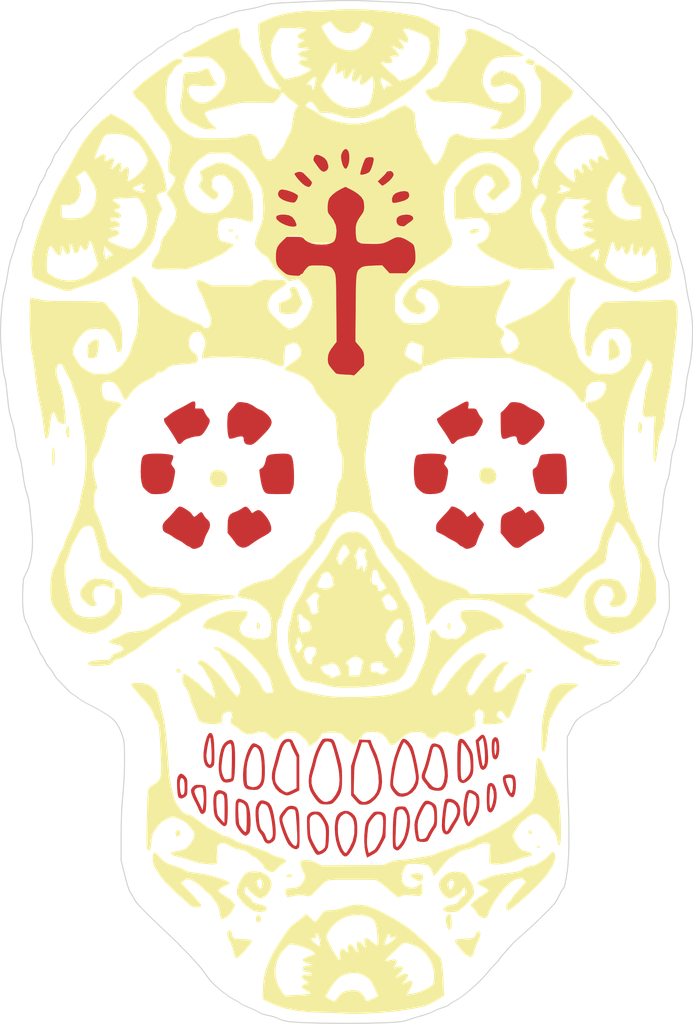
<source format=kicad_pcb>
(kicad_pcb (version 20221018) (generator pcbnew)
  (layers (0 "F.Cu" signal) (31 "B.Cu" signal) (34 "B.Paste" user) (35 "F.Paste" user) (36 "B.SilkS" user "B.Silkscreen") (37 "F.SilkS" user "F.Silkscreen") (38 "B.Mask" user) (39 "F.Mask" user) (44 "Edge.Cuts" user))
  (net 0 "")
  (footprint "LOGO" (layer "F.Cu") (at 0 0)
    (fp_text reference "G***" hide)
    (fp_text value "LOGO" hide)
  )
  (footprint "LOGO" (layer "F.Cu") (at 0 0)
    (fp_text reference "G***" hide)
    (fp_text value "LOGO" hide)
  )
  (footprint "LOGO" (layer "F.Cu") (at 0 0)
    (fp_text reference "G***" hide)
    (fp_text value "LOGO" hide)
  )
  (footprint "LOGO" (layer "F.Cu") (at 0 0)
    (fp_text reference "G***" hide)
    (fp_text value "LOGO" hide)
  )
  (footprint "LOGO" (layer "F.Cu") (at 0 0)
    (fp_text reference "G***" hide)
    (fp_text value "LOGO" hide)
  )
  (footprint "LOGO" (layer "F.Cu") (at 0 0)
    (fp_text reference "G***" hide)
    (fp_text value "LOGO" hide)
  )
  (gr_line (start 28.5059 -32.491) (end 28.5721 -32.3118) (stroke (width 0.1)) (layer "Edge.Cuts"))
  (gr_line (start -15.1903 -50.63112) (end -14.9314 -50.69782) (stroke (width 0.1)) (layer "Edge.Cuts"))
  (gr_line (start -31.3523 12.7822) (end -31.4636 12.6484) (stroke (width 0.1)) (layer "Edge.Cuts"))
  (gr_line (start -10.8232 -51.77261) (end -10.1849 -51.95788) (stroke (width 0.1)) (layer "Edge.Cuts"))
  (gr_line (start -33.8559 -5.5727) (end -33.9283 -6.1139) (stroke (width 0.1)) (layer "Edge.Cuts"))
  (gr_line (start -25.0766 17.8741) (end -25.3168 17.6563) (stroke (width 0.1)) (layer "Edge.Cuts"))
  (gr_line (start -18.2426 -49.2463) (end -18.029 -49.3217) (stroke (width 0.1)) (layer "Edge.Cuts"))
  (gr_line (start 2.3388 47.414) (end 1.4728 47.459) (stroke (width 0.1)) (layer "Edge.Cuts"))
  (gr_line (start 4.1688 -52.13407) (end 4.8121 -52.07166) (stroke (width 0.1)) (layer "Edge.Cuts"))
  (gr_line (start 24.9407 -38.8356) (end 25.1275 -38.5587) (stroke (width 0.1)) (layer "Edge.Cuts"))
  (gr_line (start 3.347 47.289) (end 2.9304 47.361) (stroke (width 0.1)) (layer "Edge.Cuts"))
  (gr_line (start -31.9114 11.8408) (end -32.0719 11.6069) (stroke (width 0.1)) (layer "Edge.Cuts"))
  (gr_line (start -36.105 -20.6427) (end -36.0744 -21.3334) (stroke (width 0.1)) (layer "Edge.Cuts"))
  (gr_line (start 31.2021 -16.7553) (end 31.0457 -16.0252) (stroke (width 0.1)) (layer "Edge.Cuts"))
  (gr_line (start -33.2486 -2.7421) (end -33.301 -3.1994) (stroke (width 0.1)) (layer "Edge.Cuts"))
  (gr_line (start 24.3919 15.3017) (end 24.1773 15.4446) (stroke (width 0.1)) (layer "Edge.Cuts"))
  (gr_line (start -20.3479 -47.9188) (end -20.1039 -48.1106) (stroke (width 0.1)) (layer "Edge.Cuts"))
  (gr_line (start -4.609 -52.33327) (end -3.3992 -52.36962) (stroke (width 0.1)) (layer "Edge.Cuts"))
  (gr_line (start -36.1085 -19.3592) (end -36.1172 -19.9749) (stroke (width 0.1)) (layer "Edge.Cuts"))
  (gr_line (start 25.658 -37.8033) (end 25.8197 -37.5239) (stroke (width 0.1)) (layer "Edge.Cuts"))
  (gr_line (start -33.9318 6.8749) (end -33.9529 6.4292) (stroke (width 0.1)) (layer "Edge.Cuts"))
  (gr_line (start 28.1655 0.9213) (end 28.198 1.2343) (stroke (width 0.1)) (layer "Edge.Cuts"))
  (gr_line (start -12.6336 45.6) (end -12.8824 45.427) (stroke (width 0.1)) (layer "Edge.Cuts"))
  (gr_line (start 13.445 -49.2387) (end 13.6463 -49.168) (stroke (width 0.1)) (layer "Edge.Cuts"))
  (gr_line (start 11.4408 -50.13952) (end 11.6677 -50.04984) (stroke (width 0.1)) (layer "Edge.Cuts"))
  (gr_line (start -12.3141 -51.45935) (end -11.5409 -51.59541) (stroke (width 0.1)) (layer "Edge.Cuts"))
  (gr_line (start 28.9721 4.0705) (end 29.0834 4.3209) (stroke (width 0.1)) (layer "Edge.Cuts"))
  (gr_line (start 31.1639 -22.8799) (end 31.315 -22.1296) (stroke (width 0.1)) (layer "Edge.Cuts"))
  (gr_line (start -36.0435 -18.1698) (end -36.1085 -19.3592) (stroke (width 0.1)) (layer "Edge.Cuts"))
  (gr_line (start 25.4924 -38.0868) (end 25.658 -37.8033) (stroke (width 0.1)) (layer "Edge.Cuts"))
  (gr_line (start 14.1769 39.4698) (end 13.952 39.7006) (stroke (width 0.1)) (layer "Edge.Cuts"))
  (gr_line (start 28.8504 8.2295) (end 28.6484 8.9098) (stroke (width 0.1)) (layer "Edge.Cuts"))
  (gr_line (start -33.9586 5.9374) (end -33.9488 5.4011) (stroke (width 0.1)) (layer "Edge.Cuts"))
  (gr_line (start 28.53 -2.5857) (end 28.3704 -1.4035) (stroke (width 0.1)) (layer "Edge.Cuts"))
  (gr_line (start -33.4202 8.7347) (end -33.6014 8.3612) (stroke (width 0.1)) (layer "Edge.Cuts"))
  (gr_line (start 19.3543 31.4108) (end 19.3077 32.0859) (stroke (width 0.1)) (layer "Edge.Cuts"))
  (gr_line (start -35.4532 -13.8573) (end -35.5779 -14.9229) (stroke (width 0.1)) (layer "Edge.Cuts"))
  (gr_line (start -23.6743 34.1496) (end -23.8252 33.6453) (stroke (width 0.1)) (layer "Edge.Cuts"))
  (gr_line (start -17.6471 -49.4645) (end -17.5038 -49.5405) (stroke (width 0.1)) (layer "Edge.Cuts"))
  (gr_line (start -32.481 -33.9333) (end -32.4033 -34.1569) (stroke (width 0.1)) (layer "Edge.Cuts"))
  (gr_line (start 16.0156 -47.7384) (end 16.325 -47.4966) (stroke (width 0.1)) (layer "Edge.Cuts"))
  (gr_line (start 25.9541 13.7492) (end 25.6619 14.0835) (stroke (width 0.1)) (layer "Edge.Cuts"))
  (gr_line (start -22.507 -46.3879) (end -21.6275 -46.9905) (stroke (width 0.1)) (layer "Edge.Cuts"))
  (gr_line (start -25.3168 17.6563) (end -25.5903 17.4512) (stroke (width 0.1)) (layer "Edge.Cuts"))
  (gr_line (start 28.0226 10.2221) (end 27.9527 10.3841) (stroke (width 0.1)) (layer "Edge.Cuts"))
  (gr_line (start -24.2944 27.0029) (end -24.2432 26.0889) (stroke (width 0.1)) (layer "Edge.Cuts"))
  (gr_line (start 20.1796 17.8923) (end 20.0757 18.0109) (stroke (width 0.1)) (layer "Edge.Cuts"))
  (gr_line (start -34.2789 -7.9673) (end -34.4392 -8.4844) (stroke (width 0.1)) (layer "Edge.Cuts"))
  (gr_line (start 27.0238 -35.4526) (end 27.2569 -35.0292) (stroke (width 0.1)) (layer "Edge.Cuts"))
  (gr_line (start 14.1221 -48.8877) (end 14.2293 -48.7923) (stroke (width 0.1)) (layer "Edge.Cuts"))
  (gr_line (start 7.722 45.679) (end 7.6334 45.749) (stroke (width 0.1)) (layer "Edge.Cuts"))
  (gr_line (start -17.2735 41.28) (end -17.8169 40.695) (stroke (width 0.1)) (layer "Edge.Cuts"))
  (gr_line (start 28.2545 1.5428) (end 28.3348 1.8666) (stroke (width 0.1)) (layer "Edge.Cuts"))
  (gr_line (start -9.6501 -52.06447) (end -8.9563 -52.12898) (stroke (width 0.1)) (layer "Edge.Cuts"))
  (gr_line (start 12.54 -49.7132) (end 12.689 -49.6117) (stroke (width 0.1)) (layer "Edge.Cuts"))
  (gr_line (start -35.9672 -22.6662) (end -35.8953 -23.25) (stroke (width 0.1)) (layer "Edge.Cuts"))
  (gr_line (start 29.1891 5.0704) (end 29.2128 5.7777) (stroke (width 0.1)) (layer "Edge.Cuts"))
  (gr_line (start 11.3277 42.708) (end 11.014 43.066) (stroke (width 0.1)) (layer "Edge.Cuts"))
  (gr_line (start -33.9194 4.6448) (end -33.8738 4.1912) (stroke (width 0.1)) (layer "Edge.Cuts"))
  (gr_line (start -28.4988 15.7684) (end -28.8138 15.5314) (stroke (width 0.1)) (layer "Edge.Cuts"))
  (gr_line (start -30.4686 -37.7997) (end -30.2784 -38.1258) (stroke (width 0.1)) (layer "Edge.Cuts"))
  (gr_line (start -31.1243 13.0667) (end -31.3523 12.7822) (stroke (width 0.1)) (layer "Edge.Cuts"))
  (gr_line (start 19.3868 30.622) (end 19.3543 31.4108) (stroke (width 0.1)) (layer "Edge.Cuts"))
  (gr_line (start -29.129 -39.8518) (end -27.6027 -41.4942) (stroke (width 0.1)) (layer "Edge.Cuts"))
  (gr_line (start -27.7303 16.2529) (end -28.1238 16.0307) (stroke (width 0.1)) (layer "Edge.Cuts"))
  (gr_line (start -18.1834 40.328) (end -18.4752 40.041) (stroke (width 0.1)) (layer "Edge.Cuts"))
  (gr_line (start 14.7005 -48.5101) (end 15.0556 -48.3189) (stroke (width 0.1)) (layer "Edge.Cuts"))
  (gr_line (start -24.3364 29.192) (end -24.325 28.0282) (stroke (width 0.1)) (layer "Edge.Cuts"))
  (gr_line (start 30.6242 -25.8551) (end 30.7311 -25.3251) (stroke (width 0.1)) (layer "Edge.Cuts"))
  (gr_line (start -33.0064 -0.1251) (end -33.0571 -0.7796) (stroke (width 0.1)) (layer "Edge.Cuts"))
  (gr_line (start -23.4277 34.7349) (end -23.5404 34.5171) (stroke (width 0.1)) (layer "Edge.Cuts"))
  (gr_line (start 12.1153 -49.9096) (end 12.3401 -49.8165) (stroke (width 0.1)) (layer "Edge.Cuts"))
  (gr_line (start -20.5002 -47.839) (end -20.442 -47.8605) (stroke (width 0.1)) (layer "Edge.Cuts"))
  (gr_line (start -33.6715 -4.6639) (end -33.7694 -5.0847) (stroke (width 0.1)) (layer "Edge.Cuts"))
  (gr_line (start -24.6788 18.3753) (end -24.8654 18.1114) (stroke (width 0.1)) (layer "Edge.Cuts"))
  (gr_line (start -24.325 28.0282) (end -24.2944 27.0029) (stroke (width 0.1)) (layer "Edge.Cuts"))
  (gr_line (start -22.8899 35.639) (end -23.0005 35.4717) (stroke (width 0.1)) (layer "Edge.Cuts"))
  (gr_line (start 10.4233 -50.61817) (end 10.6921 -50.52877) (stroke (width 0.1)) (layer "Edge.Cuts"))
  (gr_line (start -13.2388 45.23) (end -13.5616 45.05) (stroke (width 0.1)) (layer "Edge.Cuts"))
  (gr_line (start 19.7544 -44.68) (end 20.4961 -43.9664) (stroke (width 0.1)) (layer "Edge.Cuts"))
  (gr_line (start 15.0556 -48.3189) (end 15.3768 -48.0918) (stroke (width 0.1)) (layer "Edge.Cuts"))
  (gr_line (start -33.7778 7.9211) (end -33.8441 7.6223) (stroke (width 0.1)) (layer "Edge.Cuts"))
  (gr_line (start 22.7305 -41.702) (end 23.2488 -41.1466) (stroke (width 0.1)) (layer "Edge.Cuts"))
  (gr_line (start 30.9075 -15.2994) (end 30.8515 -14.8925) (stroke (width 0.1)) (layer "Edge.Cuts"))
  (gr_line (start -33.0698 1.7027) (end -33.0136 1.1225) (stroke (width 0.1)) (layer "Edge.Cuts"))
  (gr_line (start 23.3518 16.051) (end 23.1661 16.1471) (stroke (width 0.1)) (layer "Edge.Cuts"))
  (gr_line (start 18.8695 34.3477) (end 18.8182 34.3992) (stroke (width 0.1)) (layer "Edge.Cuts"))
  (gr_line (start 28.4349 9.5196) (end 28.3177 9.7616) (stroke (width 0.1)) (layer "Edge.Cuts"))
  (gr_line (start 30.3692 -26.8123) (end 30.5 -26.3669) (stroke (width 0.1)) (layer "Edge.Cuts"))
  (gr_line (start 18.8182 34.3992) (end 18.7598 34.4667) (stroke (width 0.1)) (layer "Edge.Cuts"))
  (gr_line (start 9.253 -50.94871) (end 9.5391 -50.85082) (stroke (width 0.1)) (layer "Edge.Cuts"))
  (gr_line (start 28.7073 3.3679) (end 28.7899 3.6292) (stroke (width 0.1)) (layer "Edge.Cuts"))
  (gr_line (start -24.2237 19.3953) (end -24.3624 19.0103) (stroke (width 0.1)) (layer "Edge.Cuts"))
  (gr_line (start 29.8159 -28.934) (end 29.8984 -28.6939) (stroke (width 0.1)) (layer "Edge.Cuts"))
  (gr_line (start 22.4828 16.4614) (end 22.4094 16.5221) (stroke (width 0.1)) (layer "Edge.Cuts"))
  (gr_line (start -15.6884 -50.44279) (end -15.4529 -50.54224) (stroke (width 0.1)) (layer "Edge.Cuts"))
  (gr_line (start -33.8441 7.6223) (end -33.8955 7.2731) (stroke (width 0.1)) (layer "Edge.Cuts"))
  (gr_line (start 30.5101 -12.5348) (end 30.3623 -12.037) (stroke (width 0.1)) (layer "Edge.Cuts"))
  (gr_line (start -33.4385 3.1893) (end -33.2831 2.7426) (stroke (width 0.1)) (layer "Edge.Cuts"))
  (gr_line (start -31.2933 -36.2594) (end -31.1929 -36.4386) (stroke (width 0.1)) (layer "Edge.Cuts"))
  (gr_line (start 15.7326 -47.859) (end 15.8083 -47.839) (stroke (width 0.1)) (layer "Edge.Cuts"))
  (gr_line (start 21.1734 -43.2908) (end 22.7305 -41.702) (stroke (width 0.1)) (layer "Edge.Cuts"))
  (gr_line (start -34.9683 -11.189) (end -35.14 -11.7283) (stroke (width 0.1)) (layer "Edge.Cuts"))
  (gr_line (start 27.6608 -34.4014) (end 27.7529 -34.203) (stroke (width 0.1)) (layer "Edge.Cuts"))
  (gr_line (start -19.1141 -48.7052) (end -18.8083 -48.9263) (stroke (width 0.1)) (layer "Edge.Cuts"))
  (gr_line (start -33.2364 9.225) (end -33.4202 8.7347) (stroke (width 0.1)) (layer "Edge.Cuts"))
  (gr_line (start -30.1044 -38.4219) (end -30.0174 -38.5402) (stroke (width 0.1)) (layer "Edge.Cuts"))
  (gr_line (start 8.5586 45.169) (end 8.2568 45.338) (stroke (width 0.1)) (layer "Edge.Cuts"))
  (gr_line (start 7.0891 45.974) (end 6.6178 46.14) (stroke (width 0.1)) (layer "Edge.Cuts"))
  (gr_line (start 31.4143 -18.3488) (end 31.3252 -17.5368) (stroke (width 0.1)) (layer "Edge.Cuts"))
  (gr_line (start -33.6252 3.5785) (end -33.4385 3.1893) (stroke (width 0.1)) (layer "Edge.Cuts"))
  (gr_line (start 6.9422 -51.53723) (end 7.2429 -51.49369) (stroke (width 0.1)) (layer "Edge.Cuts"))
  (gr_line (start -16.3698 -50.0948) (end -16.1969 -50.16433) (stroke (width 0.1)) (layer "Edge.Cuts"))
  (gr_line (start 23.4313 -40.9314) (end 23.5277 -40.7975) (stroke (width 0.1)) (layer "Edge.Cuts"))
  (gr_line (start -19.7829 -48.3452) (end -19.6053 -48.4499) (stroke (width 0.1)) (layer "Edge.Cuts"))
  (gr_line (start -34.6027 -28.7384) (end -34.4876 -29.0852) (stroke (width 0.1)) (layer "Edge.Cuts"))
  (gr_line (start 28.3348 1.8666) (end 28.6445 3.1212) (stroke (width 0.1)) (layer "Edge.Cuts"))
  (gr_line (start -30.9363 13.3699) (end -31.1243 13.0667) (stroke (width 0.1)) (layer "Edge.Cuts"))
  (gr_line (start -31.971 -34.9194) (end -31.8663 -35.1063) (stroke (width 0.1)) (layer "Edge.Cuts"))
  (gr_line (start 31.3252 -17.5368) (end 31.2021 -16.7553) (stroke (width 0.1)) (layer "Edge.Cuts"))
  (gr_line (start -14.3316 -50.86416) (end -14.0113 -50.97527) (stroke (width 0.1)) (layer "Edge.Cuts"))
  (gr_line (start -33.1599 2.2449) (end -33.0698 1.7027) (stroke (width 0.1)) (layer "Edge.Cuts"))
  (gr_line (start -31.0989 -36.6401) (end -31.0234 -36.8405) (stroke (width 0.1)) (layer "Edge.Cuts"))
  (gr_line (start 29.0487 -31.1462) (end 29.1381 -30.9118) (stroke (width 0.1)) (layer "Edge.Cuts"))
  (gr_line (start 11.7918 42.166) (end 11.3277 42.708) (stroke (width 0.1)) (layer "Edge.Cuts"))
  (gr_line (start -14.2832 44.553) (end -14.6517 44.26) (stroke (width 0.1)) (layer "Edge.Cuts"))
  (gr_line (start -24.0138 20.6688) (end -24.0441 20.1546) (stroke (width 0.1)) (layer "Edge.Cuts"))
  (gr_line (start -8.415 47.261) (end -8.6636 47.189) (stroke (width 0.1)) (layer "Edge.Cuts"))
  (gr_line (start 29.8823 -9.5018) (end 29.7986 -9.1198) (stroke (width 0.1)) (layer "Edge.Cuts"))
  (gr_line (start -28.8138 15.5314) (end -29.0635 15.37) (stroke (width 0.1)) (layer "Edge.Cuts"))
  (gr_line (start 28.1572 0.584) (end 28.1655 0.9213) (stroke (width 0.1)) (layer "Edge.Cuts"))
  (gr_line (start -6.4383 47.454) (end -6.4389 47.455) (stroke (width 0.1)) (layer "Edge.Cuts"))
  (gr_line (start 24.6733 15.0678) (end 24.3919 15.3017) (stroke (width 0.1)) (layer "Edge.Cuts"))
  (gr_line (start 3.1947 -52.18841) (end 4.1688 -52.13407) (stroke (width 0.1)) (layer "Edge.Cuts"))
  (gr_line (start -4.5358 47.504) (end -6.4383 47.454) (stroke (width 0.1)) (layer "Edge.Cuts"))
  (gr_line (start -13.422 -51.20575) (end -13.0707 -51.31027) (stroke (width 0.1)) (layer "Edge.Cuts"))
  (gr_line (start -17.8288 -49.3884) (end -17.6471 -49.4645) (stroke (width 0.1)) (layer "Edge.Cuts"))
  (gr_line (start -11.5409 -51.59541) (end -11.1506 -51.68401) (stroke (width 0.1)) (layer "Edge.Cuts"))
  (gr_line (start 26.3287 13.2298) (end 26.1849 13.4558) (stroke (width 0.1)) (layer "Edge.Cuts"))
  (gr_line (start 7.2429 -51.49369) (end 7.767 -51.43067) (stroke (width 0.1)) (layer "Edge.Cuts"))
  (gr_line (start -11.8461 45.978) (end -12.3313 45.776) (stroke (width 0.1)) (layer "Edge.Cuts"))
  (gr_line (start 7.4846 45.828) (end 7.2962 45.906) (stroke (width 0.1)) (layer "Edge.Cuts"))
  (gr_line (start 18.2142 35.4956) (end 18.0784 35.7106) (stroke (width 0.1)) (layer "Edge.Cuts"))
  (gr_line (start -35.5772 -24.7664) (end -35.4118 -25.7196) (stroke (width 0.1)) (layer "Edge.Cuts"))
  (gr_line (start 28.8871 -5.0741) (end 28.7434 -4.456) (stroke (width 0.1)) (layer "Edge.Cuts"))
  (gr_line (start -32.8055 -33.1752) (end -32.7255 -33.3114) (stroke (width 0.1)) (layer "Edge.Cuts"))
  (gr_line (start 29.0834 4.3209) (end 29.1508 4.6195) (stroke (width 0.1)) (layer "Edge.Cuts"))
  (gr_line (start -31.7577 12.1493) (end -31.9114 11.8408) (stroke (width 0.1)) (layer "Edge.Cuts"))
  (gr_line (start -33.2831 2.7426) (end -33.1599 2.2449) (stroke (width 0.1)) (layer "Edge.Cuts"))
  (gr_line (start 28.8259 -31.542) (end 28.9747 -31.2936) (stroke (width 0.1)) (layer "Edge.Cuts"))
  (gr_line (start -29.8699 -38.6991) (end -29.776 -38.8302) (stroke (width 0.1)) (layer "Edge.Cuts"))
  (gr_line (start 12.8347 -49.5098) (end 13.0258 -49.4055) (stroke (width 0.1)) (layer "Edge.Cuts"))
  (gr_line (start -35.2334 -26.6612) (end -35.1374 -27.0419) (stroke (width 0.1)) (layer "Edge.Cuts"))
  (gr_line (start -23.5404 34.5171) (end -23.6743 34.1496) (stroke (width 0.1)) (layer "Edge.Cuts"))
  (gr_line (start 30.0066 -28.2196) (end 30.0546 -27.9547) (stroke (width 0.1)) (layer "Edge.Cuts"))
  (gr_line (start 18.9197 34.2553) (end 18.8695 34.3477) (stroke (width 0.1)) (layer "Edge.Cuts"))
  (gr_line (start -11.3159 46.2) (end -11.8461 45.978) (stroke (width 0.1)) (layer "Edge.Cuts"))
  (gr_line (start -33.565 -4.3243) (end -33.6715 -4.6639) (stroke (width 0.1)) (layer "Edge.Cuts"))
  (gr_line (start 10.9206 -50.43076) (end 11.0852 -50.33314) (stroke (width 0.1)) (layer "Edge.Cuts"))
  (gr_line (start -34.8105 -10.5851) (end -34.8895 -10.9214) (stroke (width 0.1)) (layer "Edge.Cuts"))
  (gr_line (start -3.3992 -52.36962) (end -2.3066 -52.38176) (stroke (width 0.1)) (layer "Edge.Cuts"))
  (gr_line (start 27.6435 11.1068) (end 27.5042 11.3112) (stroke (width 0.1)) (layer "Edge.Cuts"))
  (gr_line (start 21.1671 17.1914) (end 20.5949 17.5532) (stroke (width 0.1)) (layer "Edge.Cuts"))
  (gr_line (start -30.7605 13.6598) (end -30.9363 13.3699) (stroke (width 0.1)) (layer "Edge.Cuts"))
  (gr_line (start 19.2473 32.6277) (end 19.1268 33.4) (stroke (width 0.1)) (layer "Edge.Cuts"))
  (gr_line (start 7.767 -51.43067) (end 8.2104 -51.34167) (stroke (width 0.1)) (layer "Edge.Cuts"))
  (gr_line (start -2.3066 -52.38176) (end -1.2161 -52.3697) (stroke (width 0.1)) (layer "Edge.Cuts"))
  (gr_line (start -31.572 -35.8337) (end -31.4801 -35.9981) (stroke (width 0.1)) (layer "Edge.Cuts"))
  (gr_line (start -14.0113 -50.97527) (end -13.7299 -51.08792) (stroke (width 0.1)) (layer "Edge.Cuts"))
  (gr_line (start 19.2653 23.6816) (end 19.3292 25.6659) (stroke (width 0.1)) (layer "Edge.Cuts"))
  (gr_line (start -34.4876 -29.0852) (end -34.3625 -29.4165) (stroke (width 0.1)) (layer "Edge.Cuts"))
  (gr_line (start 12.2092 41.721) (end 11.7918 42.166) (stroke (width 0.1)) (layer "Edge.Cuts"))
  (gr_line (start -33.9903 -30.3558) (end -33.9687 -30.4946) (stroke (width 0.1)) (layer "Edge.Cuts"))
  (gr_line (start -14.6514 -50.76742) (end -14.3316 -50.86416) (stroke (width 0.1)) (layer "Edge.Cuts"))
  (gr_line (start 25.3143 -38.3241) (end 25.4924 -38.0868) (stroke (width 0.1)) (layer "Edge.Cuts"))
  (gr_line (start -24.5126 18.6727) (end -24.6788 18.3753) (stroke (width 0.1)) (layer "Edge.Cuts"))
  (gr_line (start 12.4806 41.433) (end 12.2092 41.721) (stroke (width 0.1)) (layer "Edge.Cuts"))
  (gr_line (start 19.3708 26.7262) (end 19.3971 27.7717) (stroke (width 0.1)) (layer "Edge.Cuts"))
  (gr_line (start -33.9283 -6.1139) (end -33.9974 -6.6238) (stroke (width 0.1)) (layer "Edge.Cuts"))
  (gr_line (start 4.3038 46.98) (end 3.6879 47.185) (stroke (width 0.1)) (layer "Edge.Cuts"))
  (gr_line (start -13.9148 44.821) (end -14.2832 44.553) (stroke (width 0.1)) (layer "Edge.Cuts"))
  (gr_line (start 19.0201 33.9324) (end 18.9197 34.2553) (stroke (width 0.1)) (layer "Edge.Cuts"))
  (gr_line (start 29.193 -6.1105) (end 29.1163 -5.7726) (stroke (width 0.1)) (layer "Edge.Cuts"))
  (gr_line (start -34.4392 -8.4844) (end -34.5395 -8.8754) (stroke (width 0.1)) (layer "Edge.Cuts"))
  (gr_line (start -24.3624 19.0103) (end -24.5126 18.6727) (stroke (width 0.1)) (layer "Edge.Cuts"))
  (gr_line (start -24.6277 -44.467) (end -22.9836 -45.9926) (stroke (width 0.1)) (layer "Edge.Cuts"))
  (gr_line (start -33.7696 -31.0961) (end -33.6432 -31.3549) (stroke (width 0.1)) (layer "Edge.Cuts"))
  (gr_line (start -31.7764 -35.3011) (end -31.7133 -35.4804) (stroke (width 0.1)) (layer "Edge.Cuts"))
  (gr_line (start 9.3412 44.601) (end 8.9273 44.917) (stroke (width 0.1)) (layer "Edge.Cuts"))
  (gr_line (start 30.8102 -24.8251) (end 30.9377 -23.9612) (stroke (width 0.1)) (layer "Edge.Cuts"))
  (gr_line (start 23.1661 16.1471) (end 22.9789 16.2218) (stroke (width 0.1)) (layer "Edge.Cuts"))
  (gr_line (start 19.1268 33.4) (end 19.0201 33.9324) (stroke (width 0.1)) (layer "Edge.Cuts"))
  (gr_line (start 8.9273 44.917) (end 8.5586 45.169) (stroke (width 0.1)) (layer "Edge.Cuts"))
  (gr_line (start 8.2104 -51.34167) (end 8.6154 -51.21597) (stroke (width 0.1)) (layer "Edge.Cuts"))
  (gr_line (start -10.512 46.61) (end -10.7323 46.52) (stroke (width 0.1)) (layer "Edge.Cuts"))
  (gr_line (start 25.1275 -38.5587) (end 25.3143 -38.3241) (stroke (width 0.1)) (layer "Edge.Cuts"))
  (gr_line (start -18.029 -49.3217) (end -17.8288 -49.3884) (stroke (width 0.1)) (layer "Edge.Cuts"))
  (gr_line (start -32.9792 -32.8602) (end -32.8055 -33.1752) (stroke (width 0.1)) (layer "Edge.Cuts"))
  (gr_line (start -34.0866 -7.1432) (end -34.1842 -7.6113) (stroke (width 0.1)) (layer "Edge.Cuts"))
  (gr_line (start -9.921 -52.01872) (end -9.6501 -52.06447) (stroke (width 0.1)) (layer "Edge.Cuts"))
  (gr_line (start -7.4273 47.4) (end -7.8097 47.364) (stroke (width 0.1)) (layer "Edge.Cuts"))
  (gr_line (start 12.3401 -49.8165) (end 12.54 -49.7132) (stroke (width 0.1)) (layer "Edge.Cuts"))
  (gr_line (start -2.3736 47.521) (end -4.5358 47.504) (stroke (width 0.1)) (layer "Edge.Cuts"))
  (gr_line (start -24.0007 21.3311) (end -24.0138 20.6688) (stroke (width 0.1)) (layer "Edge.Cuts"))
  (gr_line (start 10.2177 43.851) (end 9.7786 44.239) (stroke (width 0.1)) (layer "Edge.Cuts"))
  (gr_line (start -35.8144 -23.7396) (end -35.7268 -24.1059) (stroke (width 0.1)) (layer "Edge.Cuts"))
  (gr_line (start 26.1849 13.4558) (end 25.9541 13.7492) (stroke (width 0.1)) (layer "Edge.Cuts"))
  (gr_line (start -33.8955 7.2731) (end -33.9318 6.8749) (stroke (width 0.1)) (layer "Edge.Cuts"))
  (gr_line (start 9.7786 44.239) (end 9.3412 44.601) (stroke (width 0.1)) (layer "Edge.Cuts"))
  (gr_line (start -34.2423 -29.6904) (end -34.1361 -29.9273) (stroke (width 0.1)) (layer "Edge.Cuts"))
  (gr_line (start 31.0457 -16.0252) (end 30.9747 -15.6933) (stroke (width 0.1)) (layer "Edge.Cuts"))
  (gr_line (start 5.3607 46.67) (end 5.0228 46.771) (stroke (width 0.1)) (layer "Edge.Cuts"))
  (gr_line (start -8.1346 47.318) (end -8.415 47.261) (stroke (width 0.1)) (layer "Edge.Cuts"))
  (gr_line (start 29.042 -5.5425) (end 28.9648 -5.3354) (stroke (width 0.1)) (layer "Edge.Cuts"))
  (gr_line (start 30.7431 -13.8153) (end 30.6394 -13.1402) (stroke (width 0.1)) (layer "Edge.Cuts"))
  (gr_line (start -31.4636 12.6484) (end -31.5772 12.4844) (stroke (width 0.1)) (layer "Edge.Cuts"))
  (gr_line (start -34.6886 -9.878) (end -34.7404 -10.2229) (stroke (width 0.1)) (layer "Edge.Cuts"))
  (gr_line (start 18.4008 -45.9151) (end 19.0291 -45.355) (stroke (width 0.1)) (layer "Edge.Cuts"))
  (gr_line (start 13.6463 -49.168) (end 13.841 -49.0783) (stroke (width 0.1)) (layer "Edge.Cuts"))
  (gr_line (start -27.6027 -41.4942) (end -26.1348 -43.0001) (stroke (width 0.1)) (layer "Edge.Cuts"))
  (gr_line (start -33.8738 4.1912) (end -33.8364 4.0299) (stroke (width 0.1)) (layer "Edge.Cuts"))
  (gr_line (start 17.5018 36.3549) (end 16.7691 37.0889) (stroke (width 0.1)) (layer "Edge.Cuts"))
  (gr_line (start 28.5486 9.2276) (end 28.4349 9.5196) (stroke (width 0.1)) (layer "Edge.Cuts"))
  (gr_line (start 29.1163 -5.7726) (end 29.042 -5.5425) (stroke (width 0.1)) (layer "Edge.Cuts"))
  (gr_line (start 30.9377 -23.9612) (end 31.0458 -23.397) (stroke (width 0.1)) (layer "Edge.Cuts"))
  (gr_line (start -31.4801 -35.9981) (end -31.3883 -36.126) (stroke (width 0.1)) (layer "Edge.Cuts"))
  (gr_line (start 29.2128 5.7777) (end 29.2239 6.4935) (stroke (width 0.1)) (layer "Edge.Cuts"))
  (gr_line (start 17.0689 -46.9064) (end 17.8632 -46.3452) (stroke (width 0.1)) (layer "Edge.Cuts"))
  (gr_line (start 29.8984 -28.6939) (end 29.965 -28.4458) (stroke (width 0.1)) (layer "Edge.Cuts"))
  (gr_line (start -16.5192 -50.05173) (end -16.3698 -50.0948) (stroke (width 0.1)) (layer "Edge.Cuts"))
  (gr_line (start 12.689 -49.6117) (end 12.8347 -49.5098) (stroke (width 0.1)) (layer "Edge.Cuts"))
  (gr_line (start 14.2293 -48.7923) (end 14.3742 -48.6893) (stroke (width 0.1)) (layer "Edge.Cuts"))
  (gr_line (start -34.6119 -9.2901) (end -34.6886 -9.878) (stroke (width 0.1)) (layer "Edge.Cuts"))
  (gr_line (start -12.695 -51.39648) (end -12.3141 -51.45935) (stroke (width 0.1)) (layer "Edge.Cuts"))
  (gr_line (start -33.6969 8.1678) (end -33.7778 7.9211) (stroke (width 0.1)) (layer "Edge.Cuts"))
  (gr_line (start 30.2923 -11.7864) (end 30.2093 -11.4043) (stroke (width 0.1)) (layer "Edge.Cuts"))
  (gr_line (start -34.5395 -8.8754) (end -34.6119 -9.2901) (stroke (width 0.1)) (layer "Edge.Cuts"))
  (gr_line (start -36.0744 -21.3334) (end -36.0277 -22.0176) (stroke (width 0.1)) (layer "Edge.Cuts"))
  (gr_line (start 28.1107 10.064) (end 28.0226 10.2221) (stroke (width 0.1)) (layer "Edge.Cuts"))
  (gr_line (start 28.5721 -32.3118) (end 28.5964 -32.2016) (stroke (width 0.1)) (layer "Edge.Cuts"))
  (gr_line (start -19.6053 -48.4499) (end -19.4453 -48.528) (stroke (width 0.1)) (layer "Edge.Cuts"))
  (gr_line (start -24.2432 26.0889) (end -24.1702 25.2591) (stroke (width 0.1)) (layer "Edge.Cuts"))
  (gr_line (start 25.334 14.4323) (end 24.9959 14.7691) (stroke (width 0.1)) (layer "Edge.Cuts"))
  (gr_line (start 19.3971 27.7717) (end 19.4049 29.7394) (stroke (width 0.1)) (layer "Edge.Cuts"))
  (gr_line (start -34.1842 -7.6113) (end -34.2789 -7.9673) (stroke (width 0.1)) (layer "Edge.Cuts"))
  (gr_line (start -18.6578 -49.0356) (end -18.4607 -49.1466) (stroke (width 0.1)) (layer "Edge.Cuts"))
  (gr_line (start 22.5399 16.4134) (end 22.4828 16.4614) (stroke (width 0.1)) (layer "Edge.Cuts"))
  (gr_line (start 18.4674 35.0153) (end 18.2142 35.4956) (stroke (width 0.1)) (layer "Edge.Cuts"))
  (gr_line (start -11.0802 46.319) (end -11.3159 46.2) (stroke (width 0.1)) (layer "Edge.Cuts"))
  (gr_line (start -15.3282 43.649) (end -15.606 43.356) (stroke (width 0.1)) (layer "Edge.Cuts"))
  (gr_line (start 27.9108 10.5303) (end 27.8601 10.6908) (stroke (width 0.1)) (layer "Edge.Cuts"))
  (gr_line (start 8.6154 -51.21597) (end 9.0246 -51.0428) (stroke (width 0.1)) (layer "Edge.Cuts"))
  (gr_line (start -20.1039 -48.1106) (end -19.9563 -48.2275) (stroke (width 0.1)) (layer "Edge.Cuts"))
  (gr_line (start 8.2568 45.338) (end 7.9306 45.516) (stroke (width 0.1)) (layer "Edge.Cuts"))
  (gr_line (start -32.1514 11.4974) (end -32.2455 11.3331) (stroke (width 0.1)) (layer "Edge.Cuts"))
  (gr_line (start -9.5159 46.852) (end -9.7668 46.787) (stroke (width 0.1)) (layer "Edge.Cuts"))
  (gr_line (start -23.0005 35.4717) (end -23.0789 35.3277) (stroke (width 0.1)) (layer "Edge.Cuts"))
  (gr_line (start 27.3655 11.5092) (end 27.2439 11.7075) (stroke (width 0.1)) (layer "Edge.Cuts"))
  (gr_line (start 27.8601 10.6908) (end 27.7666 10.8915) (stroke (width 0.1)) (layer "Edge.Cuts"))
  (gr_line (start 17.9588 35.8713) (end 17.5018 36.3549) (stroke (width 0.1)) (layer "Edge.Cuts"))
  (gr_line (start 27.5042 11.3112) (end 27.3655 11.5092) (stroke (width 0.1)) (layer "Edge.Cuts"))
  (gr_line (start 27.2439 11.7075) (end 27.1527 11.8829) (stroke (width 0.1)) (layer "Edge.Cuts"))
  (gr_line (start -9.7668 46.787) (end -10.0129 46.738) (stroke (width 0.1)) (layer "Edge.Cuts"))
  (gr_line (start -7.8408 -52.18796) (end -4.609 -52.33327) (stroke (width 0.1)) (layer "Edge.Cuts"))
  (gr_line (start -18.712 39.785) (end -19.0268 39.4694) (stroke (width 0.1)) (layer "Edge.Cuts"))
  (gr_line (start -32.7255 -33.3114) (end -32.6376 -33.4998) (stroke (width 0.1)) (layer "Edge.Cuts"))
  (gr_line (start -35.1374 -27.0419) (end -35.0526 -27.2937) (stroke (width 0.1)) (layer "Edge.Cuts"))
  (gr_line (start 28.2073 9.9296) (end 28.1107 10.064) (stroke (width 0.1)) (layer "Edge.Cuts"))
  (gr_line (start -9.2895 46.925) (end -9.5159 46.852) (stroke (width 0.1)) (layer "Edge.Cuts"))
  (gr_line (start -32.8374 10.1151) (end -32.9349 9.9469) (stroke (width 0.1)) (layer "Edge.Cuts"))
  (gr_line (start 30.0461 -10.4529) (end 29.8823 -9.5018) (stroke (width 0.1)) (layer "Edge.Cuts"))
  (gr_line (start -15.606 43.356) (end -15.8233 43.087) (stroke (width 0.1)) (layer "Edge.Cuts"))
  (gr_line (start 30.6394 -13.1402) (end 30.5101 -12.5348) (stroke (width 0.1)) (layer "Edge.Cuts"))
  (gr_line (start 9.5391 -50.85082) (end 9.8464 -50.76072) (stroke (width 0.1)) (layer "Edge.Cuts"))
  (gr_line (start 26.7924 12.537) (end 26.549 12.8578) (stroke (width 0.1)) (layer "Edge.Cuts"))
  (gr_line (start 30.9747 -15.6933) (end 30.9075 -15.2994) (stroke (width 0.1)) (layer "Edge.Cuts"))
  (gr_line (start 19.4049 29.7394) (end 19.3868 30.622) (stroke (width 0.1)) (layer "Edge.Cuts"))
  (gr_line (start -32.1888 -34.5995) (end -32.0784 -34.764) (stroke (width 0.1)) (layer "Edge.Cuts"))
  (gr_line (start -32.2455 11.3331) (end -32.4306 10.9288) (stroke (width 0.1)) (layer "Edge.Cuts"))
  (gr_line (start 19.2388 19.559) (end 19.2388 21.6406) (stroke (width 0.1)) (layer "Edge.Cuts"))
  (gr_line (start 28.6445 3.1212) (end 28.7073 3.3679) (stroke (width 0.1)) (layer "Edge.Cuts"))
  (gr_line (start -31.1929 -36.4386) (end -31.0989 -36.6401) (stroke (width 0.1)) (layer "Edge.Cuts"))
  (gr_line (start -33.6014 8.3612) (end -33.6969 8.1678) (stroke (width 0.1)) (layer "Edge.Cuts"))
  (gr_line (start -24.058 23.748) (end -24.0234 22.9165) (stroke (width 0.1)) (layer "Edge.Cuts"))
  (gr_line (start 16.325 -47.4966) (end 16.7012 -47.182) (stroke (width 0.1)) (layer "Edge.Cuts"))
  (gr_line (start -20.9265 -47.5356) (end -20.6613 -47.7499) (stroke (width 0.1)) (layer "Edge.Cuts"))
  (gr_line (start 29.4685 -8.0216) (end 29.3921 -7.565) (stroke (width 0.1)) (layer "Edge.Cuts"))
  (gr_line (start 19.0291 -45.355) (end 19.7544 -44.68) (stroke (width 0.1)) (layer "Edge.Cuts"))
  (gr_line (start 11.0852 -50.33314) (end 11.2378 -50.23781) (stroke (width 0.1)) (layer "Edge.Cuts"))
  (gr_line (start -15.8663 -50.34435) (end -15.6884 -50.44279) (stroke (width 0.1)) (layer "Edge.Cuts"))
  (gr_line (start -16.1969 -50.16433) (end -16.0219 -50.25072) (stroke (width 0.1)) (layer "Edge.Cuts"))
  (gr_line (start -34.8895 -10.9214) (end -34.9683 -11.189) (stroke (width 0.1)) (layer "Edge.Cuts"))
  (gr_line (start 7.2962 45.906) (end 7.0891 45.974) (stroke (width 0.1)) (layer "Edge.Cuts"))
  (gr_line (start -21.6275 -46.9905) (end -21.2724 -47.2503) (stroke (width 0.1)) (layer "Edge.Cuts"))
  (gr_line (start 19.2388 21.6406) (end 19.2653 23.6816) (stroke (width 0.1)) (layer "Edge.Cuts"))
  (gr_line (start 13.0258 -49.4055) (end 13.2375 -49.3111) (stroke (width 0.1)) (layer "Edge.Cuts"))
  (gr_line (start 29.1523 7.3032) (end 29.0489 7.6312) (stroke (width 0.1)) (layer "Edge.Cuts"))
  (gr_line (start 28.8818 3.8737) (end 28.9721 4.0705) (stroke (width 0.1)) (layer "Edge.Cuts"))
  (gr_line (start 26.549 12.8578) (end 26.3287 13.2298) (stroke (width 0.1)) (layer "Edge.Cuts"))
  (gr_line (start -12.8824 45.427) (end -13.2388 45.23) (stroke (width 0.1)) (layer "Edge.Cuts"))
  (gr_line (start -33.9488 5.4011) (end -33.9194 4.6448) (stroke (width 0.1)) (layer "Edge.Cuts"))
  (gr_line (start 28.7899 3.6292) (end 28.8818 3.8737) (stroke (width 0.1)) (layer "Edge.Cuts"))
  (gr_line (start 10.1382 -50.68997) (end 10.4233 -50.61817) (stroke (width 0.1)) (layer "Edge.Cuts"))
  (gr_line (start 24.6446 -39.2659) (end 24.9407 -38.8356) (stroke (width 0.1)) (layer "Edge.Cuts"))
  (gr_line (start 27.1049 12.0125) (end 27.0639 12.1282) (stroke (width 0.1)) (layer "Edge.Cuts"))
  (gr_line (start 29.0489 7.6312) (end 28.8504 8.2295) (stroke (width 0.1)) (layer "Edge.Cuts"))
  (gr_line (start -35.9397 -17.0205) (end -36.0435 -18.1698) (stroke (width 0.1)) (layer "Edge.Cuts"))
  (gr_line (start 19.3077 32.0859) (end 19.2473 32.6277) (stroke (width 0.1)) (layer "Edge.Cuts"))
  (gr_line (start -10.7323 46.52) (end -10.9053 46.424) (stroke (width 0.1)) (layer "Edge.Cuts"))
  (gr_line (start -23.9889 33.0171) (end -24.3404 31.5879) (stroke (width 0.1)) (layer "Edge.Cuts"))
  (gr_line (start -35.4118 -25.7196) (end -35.3288 -26.2032) (stroke (width 0.1)) (layer "Edge.Cuts"))
  (gr_line (start 28.7434 -4.456) (end 28.6376 -3.822) (stroke (width 0.1)) (layer "Edge.Cuts"))
  (gr_line (start 3.6879 47.185) (end 3.347 47.289) (stroke (width 0.1)) (layer "Edge.Cuts"))
  (gr_line (start 28.3704 -1.4035) (end 28.2141 -0.2425) (stroke (width 0.1)) (layer "Edge.Cuts"))
  (gr_line (start 25.8197 -37.5239) (end 25.9884 -37.2966) (stroke (width 0.1)) (layer "Edge.Cuts"))
  (gr_line (start 13.3708 40.334) (end 12.8312 40.954) (stroke (width 0.1)) (layer "Edge.Cuts"))
  (gr_line (start -35.5779 -14.9229) (end -35.6393 -15.3079) (stroke (width 0.1)) (layer "Edge.Cuts"))
  (gr_line (start -14.9314 -50.69782) (end -14.6514 -50.76742) (stroke (width 0.1)) (layer "Edge.Cuts"))
  (gr_line (start -24.1702 25.2591) (end -24.1072 24.5441) (stroke (width 0.1)) (layer "Edge.Cuts"))
  (gr_line (start -24.3404 31.5879) (end -24.3364 29.192) (stroke (width 0.1)) (layer "Edge.Cuts"))
  (gr_line (start 6.57 -51.6144) (end 6.9422 -51.53723) (stroke (width 0.1)) (layer "Edge.Cuts"))
  (gr_line (start -35.6897 -15.5216) (end -35.7517 -15.7434) (stroke (width 0.1)) (layer "Edge.Cuts"))
  (gr_line (start 29.6273 -29.3583) (end 29.7267 -29.1359) (stroke (width 0.1)) (layer "Edge.Cuts"))
  (gr_line (start 28.7058 -31.794) (end 28.8259 -31.542) (stroke (width 0.1)) (layer "Edge.Cuts"))
  (gr_line (start 28.6484 8.9098) (end 28.5486 9.2276) (stroke (width 0.1)) (layer "Edge.Cuts"))
  (gr_line (start 26.6842 -36.1235) (end 27.0238 -35.4526) (stroke (width 0.1)) (layer "Edge.Cuts"))
  (gr_line (start 19.3292 25.6659) (end 19.3708 26.7262) (stroke (width 0.1)) (layer "Edge.Cuts"))
  (gr_line (start 31.315 -22.1296) (end 31.4105 -21.4806) (stroke (width 0.1)) (layer "Edge.Cuts"))
  (gr_line (start -8.8934 47.103) (end -9.1172 46.997) (stroke (width 0.1)) (layer "Edge.Cuts"))
  (gr_line (start 7.6334 45.749) (end 7.4846 45.828) (stroke (width 0.1)) (layer "Edge.Cuts"))
  (gr_line (start 16.7691 37.0889) (end 16.0133 37.824) (stroke (width 0.1)) (layer "Edge.Cuts"))
  (gr_line (start 29.5171 -29.654) (end 29.6273 -29.3583) (stroke (width 0.1)) (layer "Edge.Cuts"))
  (gr_line (start -11.1506 -51.68401) (end -10.8232 -51.77261) (stroke (width 0.1)) (layer "Edge.Cuts"))
  (gr_line (start -33.0426 9.7231) (end -33.2364 9.225) (stroke (width 0.1)) (layer "Edge.Cuts"))
  (gr_line (start 5.9869 46.44) (end 5.6949 46.555) (stroke (width 0.1)) (layer "Edge.Cuts"))
  (gr_line (start 28.6073 -3.5409) (end 28.5964 -3.3062) (stroke (width 0.1)) (layer "Edge.Cuts"))
  (gr_line (start -10.1849 -51.95788) (end -9.921 -52.01872) (stroke (width 0.1)) (layer "Edge.Cuts"))
  (gr_line (start 6.1736 -51.71429) (end 6.57 -51.6144) (stroke (width 0.1)) (layer "Edge.Cuts"))
  (gr_line (start 14.5375 -48.5911) (end 14.7005 -48.5101) (stroke (width 0.1)) (layer "Edge.Cuts"))
  (gr_line (start 26.1551 -37.0657) (end 26.3908 -36.668) (stroke (width 0.1)) (layer "Edge.Cuts"))
  (gr_line (start -23.8252 33.6453) (end -23.9889 33.0171) (stroke (width 0.1)) (layer "Edge.Cuts"))
  (gr_line (start -0.266 47.506) (end -2.3736 47.521) (stroke (width 0.1)) (layer "Edge.Cuts"))
  (gr_line (start -33.8731 -30.8477) (end -33.7696 -31.0961) (stroke (width 0.1)) (layer "Edge.Cuts"))
  (gr_line (start 26.9913 12.2656) (end 26.8974 12.4076) (stroke (width 0.1)) (layer "Edge.Cuts"))
  (gr_line (start -13.7299 -51.08792) (end -13.422 -51.20575) (stroke (width 0.1)) (layer "Edge.Cuts"))
  (gr_line (start -9.1172 46.997) (end -9.2895 46.925) (stroke (width 0.1)) (layer "Edge.Cuts"))
  (gr_line (start -23.0789 35.3277) (end -23.2388 35.0281) (stroke (width 0.1)) (layer "Edge.Cuts"))
  (gr_line (start 29.572 -8.4168) (end 29.4685 -8.0216) (stroke (width 0.1)) (layer "Edge.Cuts"))
  (gr_line (start 28.5964 -3.3062) (end 28.53 -2.5857) (stroke (width 0.1)) (layer "Edge.Cuts"))
  (gr_line (start -24.8654 18.1114) (end -25.0766 17.8741) (stroke (width 0.1)) (layer "Edge.Cuts"))
  (gr_line (start -33.301 -3.1994) (end -33.3721 -3.6197) (stroke (width 0.1)) (layer "Edge.Cuts"))
  (gr_line (start -24.0041 22.0956) (end -24.0007 21.3311) (stroke (width 0.1)) (layer "Edge.Cuts"))
  (gr_line (start 14.3742 -48.6893) (end 14.5375 -48.5911) (stroke (width 0.1)) (layer "Edge.Cuts"))
  (gr_line (start 20.4961 -43.9664) (end 21.1734 -43.2908) (stroke (width 0.1)) (layer "Edge.Cuts"))
  (gr_line (start 24.1773 15.4446) (end 23.8824 15.6314) (stroke (width 0.1)) (layer "Edge.Cuts"))
  (gr_line (start -33.0136 1.1225) (end -32.9922 0.5111) (stroke (width 0.1)) (layer "Edge.Cuts"))
  (gr_line (start -35.8156 -16.0812) (end -35.9397 -17.0205) (stroke (width 0.1)) (layer "Edge.Cuts"))
  (gr_line (start 27.828 -34.0058) (end 28.0259 -33.5087) (stroke (width 0.1)) (layer "Edge.Cuts"))
  (gr_line (start 17.8632 -46.3452) (end 18.4008 -45.9151) (stroke (width 0.1)) (layer "Edge.Cuts"))
  (gr_line (start 28.9648 -5.3354) (end 28.8871 -5.0741) (stroke (width 0.1)) (layer "Edge.Cuts"))
  (gr_line (start -31.5772 12.4844) (end -31.6796 12.3112) (stroke (width 0.1)) (layer "Edge.Cuts"))
  (gr_line (start -22.9836 -45.9926) (end -22.7512 -46.1971) (stroke (width 0.1)) (layer "Edge.Cuts"))
  (gr_line (start 29.318 -30.3113) (end 29.5171 -29.654) (stroke (width 0.1)) (layer "Edge.Cuts"))
  (gr_line (start -20.6613 -47.7499) (end -20.5607 -47.8151) (stroke (width 0.1)) (layer "Edge.Cuts"))
  (gr_line (start 31.4673 -20.757) (end 31.4862 -19.9799) (stroke (width 0.1)) (layer "Edge.Cuts"))
  (gr_line (start -14.6517 44.26) (end -15.005 43.955) (stroke (width 0.1)) (layer "Edge.Cuts"))
  (gr_line (start 13.841 -49.0783) (end 14.007 -48.981) (stroke (width 0.1)) (layer "Edge.Cuts"))
  (gr_line (start -32.3015 -34.3881) (end -32.1888 -34.5995) (stroke (width 0.1)) (layer "Edge.Cuts"))
  (gr_line (start 27.2569 -35.0292) (end 27.4726 -34.7095) (stroke (width 0.1)) (layer "Edge.Cuts"))
  (gr_line (start -34.0491 -30.158) (end -33.9903 -30.3558) (stroke (width 0.1)) (layer "Edge.Cuts"))
  (gr_line (start 22.9789 16.2218) (end 22.6525 16.3522) (stroke (width 0.1)) (layer "Edge.Cuts"))
  (gr_line (start -24.0234 22.9165) (end -24.0041 22.0956) (stroke (width 0.1)) (layer "Edge.Cuts"))
  (gr_line (start -33.8364 4.0299) (end -33.7848 3.8868) (stroke (width 0.1)) (layer "Edge.Cuts"))
  (gr_line (start -27.1956 16.5237) (end -27.7303 16.2529) (stroke (width 0.1)) (layer "Edge.Cuts"))
  (gr_line (start 27.9527 10.3841) (end 27.9108 10.5303) (stroke (width 0.1)) (layer "Edge.Cuts"))
  (gr_line (start -35.7517 -15.7434) (end -35.8156 -16.0812) (stroke (width 0.1)) (layer "Edge.Cuts"))
  (gr_line (start 30.7311 -25.3251) (end 30.8102 -24.8251) (stroke (width 0.1)) (layer "Edge.Cuts"))
  (gr_line (start 22.4094 16.5221) (end 22.2527 16.6178) (stroke (width 0.1)) (layer "Edge.Cuts"))
  (gr_line (start 29.7267 -29.1359) (end 29.8159 -28.934) (stroke (width 0.1)) (layer "Edge.Cuts"))
  (gr_line (start -32.9922 0.5111) (end -33.0064 -0.1251) (stroke (width 0.1)) (layer "Edge.Cuts"))
  (gr_line (start 12.5935 41.27) (end 12.5631 41.329) (stroke (width 0.1)) (layer "Edge.Cuts"))
  (gr_line (start 28.6256 -32.0227) (end 28.7058 -31.794) (stroke (width 0.1)) (layer "Edge.Cuts"))
  (gr_line (start -16.0219 -50.25072) (end -15.8663 -50.34435) (stroke (width 0.1)) (layer "Edge.Cuts"))
  (gr_line (start -22.6309 35.9606) (end -22.8899 35.639) (stroke (width 0.1)) (layer "Edge.Cuts"))
  (gr_line (start 13.2375 -49.3111) (end 13.445 -49.2387) (stroke (width 0.1)) (layer "Edge.Cuts"))
  (gr_line (start -20.442 -47.8605) (end -20.3479 -47.9188) (stroke (width 0.1)) (layer "Edge.Cuts"))
  (gr_line (start -10.2652 46.685) (end -10.512 46.61) (stroke (width 0.1)) (layer "Edge.Cuts"))
  (gr_line (start 19.8775 18.3094) (end 19.6456 18.7485) (stroke (width 0.1)) (layer "Edge.Cuts"))
  (gr_line (start 11.2378 -50.23781) (end 11.4408 -50.13952) (stroke (width 0.1)) (layer "Edge.Cuts"))
  (gr_line (start 29.3177 -6.9276) (end 29.2632 -6.5106) (stroke (width 0.1)) (layer "Edge.Cuts"))
  (gr_line (start 29.2072 6.9629) (end 29.1523 7.3032) (stroke (width 0.1)) (layer "Edge.Cuts"))
  (gr_line (start 29.1381 -30.9118) (end 29.318 -30.3113) (stroke (width 0.1)) (layer "Edge.Cuts"))
  (gr_line (start -1.2161 -52.3697) (end -0.0124 -52.33346) (stroke (width 0.1)) (layer "Edge.Cuts"))
  (gr_line (start 23.5148 15.946) (end 23.3518 16.051) (stroke (width 0.1)) (layer "Edge.Cuts"))
  (gr_line (start -20.5607 -47.8151) (end -20.5002 -47.839) (stroke (width 0.1)) (layer "Edge.Cuts"))
  (gr_line (start 28.9747 -31.2936) (end 29.0487 -31.1462) (stroke (width 0.1)) (layer "Edge.Cuts"))
  (gr_line (start 30.139 -27.6011) (end 30.3692 -26.8123) (stroke (width 0.1)) (layer "Edge.Cuts"))
  (gr_line (start 21.781 16.8619) (end 21.1671 17.1914) (stroke (width 0.1)) (layer "Edge.Cuts"))
  (gr_line (start -13.0707 -51.31027) (end -12.695 -51.39648) (stroke (width 0.1)) (layer "Edge.Cuts"))
  (gr_line (start -32.0784 -34.764) (end -31.971 -34.9194) (stroke (width 0.1)) (layer "Edge.Cuts"))
  (gr_line (start -10.9053 46.424) (end -11.0802 46.319) (stroke (width 0.1)) (layer "Edge.Cuts"))
  (gr_line (start 28.6376 -3.822) (end 28.6073 -3.5409) (stroke (width 0.1)) (layer "Edge.Cuts"))
  (gr_line (start 26.8974 12.4076) (end 26.7924 12.537) (stroke (width 0.1)) (layer "Edge.Cuts"))
  (gr_line (start -15.4529 -50.54224) (end -15.1903 -50.63112) (stroke (width 0.1)) (layer "Edge.Cuts"))
  (gr_line (start 11.8919 -49.9804) (end 12.1153 -49.9096) (stroke (width 0.1)) (layer "Edge.Cuts"))
  (gr_line (start 12.5631 41.329) (end 12.4806 41.433) (stroke (width 0.1)) (layer "Edge.Cuts"))
  (gr_line (start -22.7512 -46.1971) (end -22.507 -46.3879) (stroke (width 0.1)) (layer "Edge.Cuts"))
  (gr_line (start 7.8028 45.605) (end 7.722 45.679) (stroke (width 0.1)) (layer "Edge.Cuts"))
  (gr_line (start 31.4862 -19.9799) (end 31.4682 -19.1701) (stroke (width 0.1)) (layer "Edge.Cuts"))
  (gr_line (start -15.005 43.955) (end -15.3282 43.649) (stroke (width 0.1)) (layer "Edge.Cuts"))
  (gr_line (start 28.2882 -32.9567) (end 28.5059 -32.491) (stroke (width 0.1)) (layer "Edge.Cuts"))
  (gr_line (start -35.6393 -15.3079) (end -35.6897 -15.5216) (stroke (width 0.1)) (layer "Edge.Cuts"))
  (gr_line (start 24.1949 -39.869) (end 24.6446 -39.2659) (stroke (width 0.1)) (layer "Edge.Cuts"))
  (gr_line (start -10.0129 46.738) (end -10.2652 46.685) (stroke (width 0.1)) (layer "Edge.Cuts"))
  (gr_line (start -16.8008 -49.9757) (end -16.5192 -50.05173) (stroke (width 0.1)) (layer "Edge.Cuts"))
  (gr_line (start 7.9306 45.516) (end 7.8028 45.605) (stroke (width 0.1)) (layer "Edge.Cuts"))
  (gr_line (start -8.6636 47.189) (end -8.8934 47.103) (stroke (width 0.1)) (layer "Edge.Cuts"))
  (gr_line (start -29.3579 -39.5449) (end -29.129 -39.8518) (stroke (width 0.1)) (layer "Edge.Cuts"))
  (gr_line (start -31.0234 -36.8405) (end -30.9487 -37.0391) (stroke (width 0.1)) (layer "Edge.Cuts"))
  (gr_line (start -30.8566 -37.2357) (end -30.759 -37.4076) (stroke (width 0.1)) (layer "Edge.Cuts"))
  (gr_line (start -17.2663 -49.7457) (end -17.0551 -49.8711) (stroke (width 0.1)) (layer "Edge.Cuts"))
  (gr_line (start -33.9687 -30.4946) (end -33.943 -30.6378) (stroke (width 0.1)) (layer "Edge.Cuts"))
  (gr_line (start 27.1527 11.8829) (end 27.1049 12.0125) (stroke (width 0.1)) (layer "Edge.Cuts"))
  (gr_line (start 31.4105 -21.4806) (end 31.4673 -20.757) (stroke (width 0.1)) (layer "Edge.Cuts"))
  (gr_line (start -30.759 -37.4076) (end -30.6675 -37.5321) (stroke (width 0.1)) (layer "Edge.Cuts"))
  (gr_line (start -19.0268 39.4694) (end -20.1435 38.414) (stroke (width 0.1)) (layer "Edge.Cuts"))
  (gr_line (start -33.4605 -3.9968) (end -33.565 -4.3243) (stroke (width 0.1)) (layer "Edge.Cuts"))
  (gr_line (start 23.7684 -40.4413) (end 24.1949 -39.869) (stroke (width 0.1)) (layer "Edge.Cuts"))
  (gr_line (start 29.7986 -9.1198) (end 29.7277 -8.8696) (stroke (width 0.1)) (layer "Edge.Cuts"))
  (gr_line (start -33.7848 3.8868) (end -33.6252 3.5785) (stroke (width 0.1)) (layer "Edge.Cuts"))
  (gr_line (start -24.0441 20.1546) (end -24.0923 19.8344) (stroke (width 0.1)) (layer "Edge.Cuts"))
  (gr_line (start -35.8953 -23.25) (end -35.8144 -23.7396) (stroke (width 0.1)) (layer "Edge.Cuts"))
  (gr_line (start 18.7598 34.4667) (end 18.6742 34.6054) (stroke (width 0.1)) (layer "Edge.Cuts"))
  (gr_line (start 20.5949 17.5532) (end 20.2961 17.7824) (stroke (width 0.1)) (layer "Edge.Cuts"))
  (gr_line (start -33.3639 -31.931) (end -33.1496 -32.4499) (stroke (width 0.1)) (layer "Edge.Cuts"))
  (gr_line (start -22.0843 36.5315) (end -22.6309 35.9606) (stroke (width 0.1)) (layer "Edge.Cuts"))
  (gr_line (start 27.7529 -34.203) (end 27.828 -34.0058) (stroke (width 0.1)) (layer "Edge.Cuts"))
  (gr_line (start -32.0719 11.6069) (end -32.1514 11.4974) (stroke (width 0.1)) (layer "Edge.Cuts"))
  (gr_line (start -18.8083 -48.9263) (end -18.6578 -49.0356) (stroke (width 0.1)) (layer "Edge.Cuts"))
  (gr_line (start -32.9349 9.9469) (end -33.0426 9.7231) (stroke (width 0.1)) (layer "Edge.Cuts"))
  (gr_line (start -12.5183 45.678) (end -12.6336 45.6) (stroke (width 0.1)) (layer "Edge.Cuts"))
  (gr_line (start -31.7133 -35.4804) (end -31.6533 -35.6541) (stroke (width 0.1)) (layer "Edge.Cuts"))
  (gr_line (start 5.8003 -51.826) (end 6.1736 -51.71429) (stroke (width 0.1)) (layer "Edge.Cuts"))
  (gr_line (start -35.3546 -12.9094) (end -35.4532 -13.8573) (stroke (width 0.1)) (layer "Edge.Cuts"))
  (gr_line (start 6.1981 46.337) (end 5.9869 46.44) (stroke (width 0.1)) (layer "Edge.Cuts"))
  (gr_line (start -29.9449 -38.6174) (end -29.8699 -38.6991) (stroke (width 0.1)) (layer "Edge.Cuts"))
  (gr_line (start 22.6525 16.3522) (end 22.5399 16.4134) (stroke (width 0.1)) (layer "Edge.Cuts"))
  (gr_line (start -33.6432 -31.3549) (end -33.3639 -31.931) (stroke (width 0.1)) (layer "Edge.Cuts"))
  (gr_line (start 28.2141 -0.2425) (end 28.1733 0.2026) (stroke (width 0.1)) (layer "Edge.Cuts"))
  (gr_line (start 11.6677 -50.04984) (end 11.8919 -49.9804) (stroke (width 0.1)) (layer "Edge.Cuts"))
  (gr_line (start -36.0277 -22.0176) (end -35.9672 -22.6662) (stroke (width 0.1)) (layer "Edge.Cuts"))
  (gr_line (start -26.1348 -43.0001) (end -24.6277 -44.467) (stroke (width 0.1)) (layer "Edge.Cuts"))
  (gr_line (start -30.6675 -37.5321) (end -30.4686 -37.7997) (stroke (width 0.1)) (layer "Edge.Cuts"))
  (gr_line (start 13.952 39.7006) (end 13.3708 40.334) (stroke (width 0.1)) (layer "Edge.Cuts"))
  (gr_line (start 23.6334 15.8445) (end 23.5148 15.946) (stroke (width 0.1)) (layer "Edge.Cuts"))
  (gr_line (start 23.2488 -41.1466) (end 23.4313 -40.9314) (stroke (width 0.1)) (layer "Edge.Cuts"))
  (gr_line (start 30.8515 -14.8925) (end 30.8145 -14.5222) (stroke (width 0.1)) (layer "Edge.Cuts"))
  (gr_line (start 30.0546 -27.9547) (end 30.139 -27.6011) (stroke (width 0.1)) (layer "Edge.Cuts"))
  (gr_line (start 27.0639 12.1282) (end 26.9913 12.2656) (stroke (width 0.1)) (layer "Edge.Cuts"))
  (gr_line (start 31.4682 -19.1701) (end 31.4143 -18.3488) (stroke (width 0.1)) (layer "Edge.Cuts"))
  (gr_line (start -31.6533 -35.6541) (end -31.572 -35.8337) (stroke (width 0.1)) (layer "Edge.Cuts"))
  (gr_line (start -31.6796 12.3112) (end -31.7577 12.1493) (stroke (width 0.1)) (layer "Edge.Cuts"))
  (gr_line (start 28.5964 -32.2016) (end 28.6256 -32.0227) (stroke (width 0.1)) (layer "Edge.Cuts"))
  (gr_line (start -20.1435 38.414) (end -21.5086 37.11) (stroke (width 0.1)) (layer "Edge.Cuts"))
  (gr_line (start 15.4866 38.3113) (end 14.8181 38.9087) (stroke (width 0.1)) (layer "Edge.Cuts"))
  (gr_line (start -30.2784 -38.1258) (end -30.1044 -38.4219) (stroke (width 0.1)) (layer "Edge.Cuts"))
  (gr_line (start 19.6456 18.7485) (end 19.2388 19.559) (stroke (width 0.1)) (layer "Edge.Cuts"))
  (gr_line (start -34.3625 -29.4165) (end -34.2423 -29.6904) (stroke (width 0.1)) (layer "Edge.Cuts"))
  (gr_line (start -26.5807 16.8584) (end -27.1956 16.5237) (stroke (width 0.1)) (layer "Edge.Cuts"))
  (gr_line (start -18.4752 40.041) (end -18.712 39.785) (stroke (width 0.1)) (layer "Edge.Cuts"))
  (gr_line (start 1.4728 47.459) (end -0.266 47.506) (stroke (width 0.1)) (layer "Edge.Cuts"))
  (gr_line (start -16.412 42.273) (end -16.7423 41.875) (stroke (width 0.1)) (layer "Edge.Cuts"))
  (gr_line (start -35.14 -11.7283) (end -35.2595 -12.2508) (stroke (width 0.1)) (layer "Edge.Cuts"))
  (gr_line (start 27.4726 -34.7095) (end 27.5635 -34.5779) (stroke (width 0.1)) (layer "Edge.Cuts"))
  (gr_line (start 29.965 -28.4458) (end 30.0066 -28.2196) (stroke (width 0.1)) (layer "Edge.Cuts"))
  (gr_line (start -31.8663 -35.1063) (end -31.7764 -35.3011) (stroke (width 0.1)) (layer "Edge.Cuts"))
  (gr_line (start 20.0757 18.0109) (end 19.8775 18.3094) (stroke (width 0.1)) (layer "Edge.Cuts"))
  (gr_line (start -29.2326 15.2493) (end -29.5076 14.9963) (stroke (width 0.1)) (layer "Edge.Cuts"))
  (gr_line (start -0.0124 -52.33346) (end 3.1947 -52.18841) (stroke (width 0.1)) (layer "Edge.Cuts"))
  (gr_line (start 14.007 -48.981) (end 14.1221 -48.8877) (stroke (width 0.1)) (layer "Edge.Cuts"))
  (gr_line (start 28.198 1.2343) (end 28.2545 1.5428) (stroke (width 0.1)) (layer "Edge.Cuts"))
  (gr_line (start -15.8233 43.087) (end -16.412 42.273) (stroke (width 0.1)) (layer "Edge.Cuts"))
  (gr_line (start 15.3768 -48.0918) (end 15.6261 -47.9133) (stroke (width 0.1)) (layer "Edge.Cuts"))
  (gr_line (start 2.9304 47.361) (end 2.3388 47.414) (stroke (width 0.1)) (layer "Edge.Cuts"))
  (gr_line (start 18.0784 35.7106) (end 17.9588 35.8713) (stroke (width 0.1)) (layer "Edge.Cuts"))
  (gr_line (start -33.9529 6.4292) (end -33.9586 5.9374) (stroke (width 0.1)) (layer "Edge.Cuts"))
  (gr_line (start -17.0551 -49.8711) (end -16.8008 -49.9757) (stroke (width 0.1)) (layer "Edge.Cuts"))
  (gr_line (start 10.6921 -50.52877) (end 10.9206 -50.43076) (stroke (width 0.1)) (layer "Edge.Cuts"))
  (gr_line (start 30.2093 -11.4043) (end 30.0461 -10.4529) (stroke (width 0.1)) (layer "Edge.Cuts"))
  (gr_line (start -21.5086 37.11) (end -22.0843 36.5315) (stroke (width 0.1)) (layer "Edge.Cuts"))
  (gr_line (start 30.5 -26.3669) (end 30.6242 -25.8551) (stroke (width 0.1)) (layer "Edge.Cuts"))
  (gr_line (start 27.5635 -34.5779) (end 27.6608 -34.4014) (stroke (width 0.1)) (layer "Edge.Cuts"))
  (gr_line (start -26.0056 17.19) (end -26.5807 16.8584) (stroke (width 0.1)) (layer "Edge.Cuts"))
  (gr_line (start -34.1361 -29.9273) (end -34.0491 -30.158) (stroke (width 0.1)) (layer "Edge.Cuts"))
  (gr_line (start -6.4389 47.455) (end -6.4389 47.455) (stroke (width 0.1)) (layer "Edge.Cuts"))
  (gr_line (start -13.5616 45.05) (end -13.9148 44.821) (stroke (width 0.1)) (layer "Edge.Cuts"))
  (gr_line (start 23.5277 -40.7975) (end 23.7684 -40.4413) (stroke (width 0.1)) (layer "Edge.Cuts"))
  (gr_line (start -17.8169 40.695) (end -18.1834 40.328) (stroke (width 0.1)) (layer "Edge.Cuts"))
  (gr_line (start 28.3177 9.7616) (end 28.2073 9.9296) (stroke (width 0.1)) (layer "Edge.Cuts"))
  (gr_line (start -35.2595 -12.2508) (end -35.3546 -12.9094) (stroke (width 0.1)) (layer "Edge.Cuts"))
  (gr_line (start -16.7423 41.875) (end -17.2735 41.28) (stroke (width 0.1)) (layer "Edge.Cuts"))
  (gr_line (start 23.8824 15.6314) (end 23.6334 15.8445) (stroke (width 0.1)) (layer "Edge.Cuts"))
  (gr_line (start -7.8097 47.364) (end -8.1346 47.318) (stroke (width 0.1)) (layer "Edge.Cuts"))
  (gr_line (start 6.6178 46.14) (end 6.1981 46.337) (stroke (width 0.1)) (layer "Edge.Cuts"))
  (gr_line (start -24.1072 24.5441) (end -24.058 23.748) (stroke (width 0.1)) (layer "Edge.Cuts"))
  (gr_line (start -33.7694 -5.0847) (end -33.8559 -5.5727) (stroke (width 0.1)) (layer "Edge.Cuts"))
  (gr_line (start -35.7268 -24.1059) (end -35.5772 -24.7664) (stroke (width 0.1)) (layer "Edge.Cuts"))
  (gr_line (start -29.776 -38.8302) (end -29.5794 -39.168) (stroke (width 0.1)) (layer "Edge.Cuts"))
  (gr_line (start -32.4033 -34.1569) (end -32.3015 -34.3881) (stroke (width 0.1)) (layer "Edge.Cuts"))
  (gr_line (start 16.7012 -47.182) (end 17.0689 -46.9064) (stroke (width 0.1)) (layer "Edge.Cuts"))
  (gr_line (start 14.8181 38.9087) (end 14.3146 39.3448) (stroke (width 0.1)) (layer "Edge.Cuts"))
  (gr_line (start -21.2724 -47.2503) (end -20.9265 -47.5356) (stroke (width 0.1)) (layer "Edge.Cuts"))
  (gr_line (start -25.5903 17.4512) (end -26.0056 17.19) (stroke (width 0.1)) (layer "Edge.Cuts"))
  (gr_line (start 25.9884 -37.2966) (end 26.1551 -37.0657) (stroke (width 0.1)) (layer "Edge.Cuts"))
  (gr_line (start 12.8312 40.954) (end 12.6583 41.168) (stroke (width 0.1)) (layer "Edge.Cuts"))
  (gr_line (start -24.0923 19.8344) (end -24.2237 19.3953) (stroke (width 0.1)) (layer "Edge.Cuts"))
  (gr_line (start 27.7666 10.8915) (end 27.6435 11.1068) (stroke (width 0.1)) (layer "Edge.Cuts"))
  (gr_line (start -35.3288 -26.2032) (end -35.2334 -26.6612) (stroke (width 0.1)) (layer "Edge.Cuts"))
  (gr_line (start -29.5076 14.9963) (end -30.5618 13.9124) (stroke (width 0.1)) (layer "Edge.Cuts"))
  (gr_line (start -34.7404 -10.2229) (end -34.8105 -10.5851) (stroke (width 0.1)) (layer "Edge.Cuts"))
  (gr_line (start 22.2527 16.6178) (end 21.781 16.8619) (stroke (width 0.1)) (layer "Edge.Cuts"))
  (gr_line (start 28.1733 0.2026) (end 28.1572 0.584) (stroke (width 0.1)) (layer "Edge.Cuts"))
  (gr_line (start 5.0228 46.771) (end 4.3038 46.98) (stroke (width 0.1)) (layer "Edge.Cuts"))
  (gr_line (start 12.6583 41.168) (end 12.5935 41.27) (stroke (width 0.1)) (layer "Edge.Cuts"))
  (gr_line (start 11.014 43.066) (end 10.6367 43.453) (stroke (width 0.1)) (layer "Edge.Cuts"))
  (gr_line (start 15.8083 -47.839) (end 15.8907 -47.812) (stroke (width 0.1)) (layer "Edge.Cuts"))
  (gr_line (start 9.8464 -50.76072) (end 10.1382 -50.68997) (stroke (width 0.1)) (layer "Edge.Cuts"))
  (gr_line (start 5.6949 46.555) (end 5.3607 46.67) (stroke (width 0.1)) (layer "Edge.Cuts"))
  (gr_line (start 20.2961 17.7824) (end 20.1796 17.8923) (stroke (width 0.1)) (layer "Edge.Cuts"))
  (gr_line (start 16.0133 37.824) (end 15.4866 38.3113) (stroke (width 0.1)) (layer "Edge.Cuts"))
  (gr_line (start 30.8145 -14.5222) (end 30.7431 -13.8153) (stroke (width 0.1)) (layer "Edge.Cuts"))
  (gr_line (start 26.3908 -36.668) (end 26.6842 -36.1235) (stroke (width 0.1)) (layer "Edge.Cuts"))
  (gr_line (start 29.2239 6.4935) (end 29.2072 6.9629) (stroke (width 0.1)) (layer "Edge.Cuts"))
  (gr_line (start -12.3313 45.776) (end -12.5183 45.678) (stroke (width 0.1)) (layer "Edge.Cuts"))
  (gr_line (start -29.0635 15.37) (end -29.2326 15.2493) (stroke (width 0.1)) (layer "Edge.Cuts"))
  (gr_line (start -30.5618 13.9124) (end -30.7605 13.6598) (stroke (width 0.1)) (layer "Edge.Cuts"))
  (gr_line (start 29.2632 -6.5106) (end 29.193 -6.1105) (stroke (width 0.1)) (layer "Edge.Cuts"))
  (gr_line (start -36.1172 -19.9749) (end -36.105 -20.6427) (stroke (width 0.1)) (layer "Edge.Cuts"))
  (gr_line (start -32.4306 10.9288) (end -32.6299 10.4846) (stroke (width 0.1)) (layer "Edge.Cuts"))
  (gr_line (start 31.0458 -23.397) (end 31.1639 -22.8799) (stroke (width 0.1)) (layer "Edge.Cuts"))
  (gr_line (start -33.0571 -0.7796) (end -33.2486 -2.7421) (stroke (width 0.1)) (layer "Edge.Cuts"))
  (gr_line (start 29.7277 -8.8696) (end 29.572 -8.4168) (stroke (width 0.1)) (layer "Edge.Cuts"))
  (gr_line (start -17.4191 -49.6071) (end -17.2663 -49.7457) (stroke (width 0.1)) (layer "Edge.Cuts"))
  (gr_line (start 29.3921 -7.565) (end 29.3177 -6.9276) (stroke (width 0.1)) (layer "Edge.Cuts"))
  (gr_line (start -34.693 -28.4178) (end -34.6027 -28.7384) (stroke (width 0.1)) (layer "Edge.Cuts"))
  (gr_line (start 29.1508 4.6195) (end 29.1891 5.0704) (stroke (width 0.1)) (layer "Edge.Cuts"))
  (gr_line (start -28.1238 16.0307) (end -28.4988 15.7684) (stroke (width 0.1)) (layer "Edge.Cuts"))
  (gr_line (start -34.8717 -27.794) (end -34.693 -28.4178) (stroke (width 0.1)) (layer "Edge.Cuts"))
  (gr_line (start -32.6376 -33.4998) (end -32.481 -33.9333) (stroke (width 0.1)) (layer "Edge.Cuts"))
  (gr_line (start 15.8907 -47.812) (end 16.0156 -47.7384) (stroke (width 0.1)) (layer "Edge.Cuts"))
  (gr_line (start 30.3623 -12.037) (end 30.2923 -11.7864) (stroke (width 0.1)) (layer "Edge.Cuts"))
  (gr_line (start -30.0174 -38.5402) (end -29.9449 -38.6174) (stroke (width 0.1)) (layer "Edge.Cuts"))
  (gr_line (start -33.3721 -3.6197) (end -33.4605 -3.9968) (stroke (width 0.1)) (layer "Edge.Cuts"))
  (gr_line (start -31.3883 -36.126) (end -31.2933 -36.2594) (stroke (width 0.1)) (layer "Edge.Cuts"))
  (gr_line (start -6.4389 47.455) (end -7.4273 47.4) (stroke (width 0.1)) (layer "Edge.Cuts"))
  (gr_line (start -33.1496 -32.4499) (end -32.9792 -32.8602) (stroke (width 0.1)) (layer "Edge.Cuts"))
  (gr_line (start -19.9563 -48.2275) (end -19.7829 -48.3452) (stroke (width 0.1)) (layer "Edge.Cuts"))
  (gr_line (start -17.5038 -49.5405) (end -17.4191 -49.6071) (stroke (width 0.1)) (layer "Edge.Cuts"))
  (gr_line (start -32.6299 10.4846) (end -32.8374 10.1151) (stroke (width 0.1)) (layer "Edge.Cuts"))
  (gr_line (start 4.8121 -52.07166) (end 5.2981 -51.97702) (stroke (width 0.1)) (layer "Edge.Cuts"))
  (gr_line (start 18.6742 34.6054) (end 18.4674 35.0153) (stroke (width 0.1)) (layer "Edge.Cuts"))
  (gr_line (start 9.0246 -51.0428) (end 9.253 -50.94871) (stroke (width 0.1)) (layer "Edge.Cuts"))
  (gr_line (start -33.9974 -6.6238) (end -34.0866 -7.1432) (stroke (width 0.1)) (layer "Edge.Cuts"))
  (gr_line (start -29.5794 -39.168) (end -29.3579 -39.5449) (stroke (width 0.1)) (layer "Edge.Cuts"))
  (gr_line (start 28.0259 -33.5087) (end 28.2882 -32.9567) (stroke (width 0.1)) (layer "Edge.Cuts"))
  (gr_line (start 10.6367 43.453) (end 10.2177 43.851) (stroke (width 0.1)) (layer "Edge.Cuts"))
  (gr_line (start -19.4453 -48.528) (end -19.1141 -48.7052) (stroke (width 0.1)) (layer "Edge.Cuts"))
  (gr_line (start 14.3146 39.3448) (end 14.1769 39.4698) (stroke (width 0.1)) (layer "Edge.Cuts"))
  (gr_line (start -8.9563 -52.12898) (end -7.8408 -52.18796) (stroke (width 0.1)) (layer "Edge.Cuts"))
  (gr_line (start 24.9959 14.7691) (end 24.6733 15.0678) (stroke (width 0.1)) (layer "Edge.Cuts"))
  (gr_line (start -35.0526 -27.2937) (end -34.8717 -27.794) (stroke (width 0.1)) (layer "Edge.Cuts"))
  (gr_line (start 25.6619 14.0835) (end 25.334 14.4323) (stroke (width 0.1)) (layer "Edge.Cuts"))
  (gr_line (start -23.2388 35.0281) (end -23.4277 34.7349) (stroke (width 0.1)) (layer "Edge.Cuts"))
  (gr_line (start 5.2981 -51.97702) (end 5.8003 -51.826) (stroke (width 0.1)) (layer "Edge.Cuts"))
  (gr_line (start 15.6261 -47.9133) (end 15.7326 -47.859) (stroke (width 0.1)) (layer "Edge.Cuts"))
  (gr_line (start -33.943 -30.6378) (end -33.8731 -30.8477) (stroke (width 0.1)) (layer "Edge.Cuts"))
  (gr_line (start -30.9487 -37.0391) (end -30.8566 -37.2357) (stroke (width 0.1)) (layer "Edge.Cuts"))
  (gr_line (start -18.4607 -49.1466) (end -18.2426 -49.2463) (stroke (width 0.1)) (layer "Edge.Cuts"))
)
</source>
